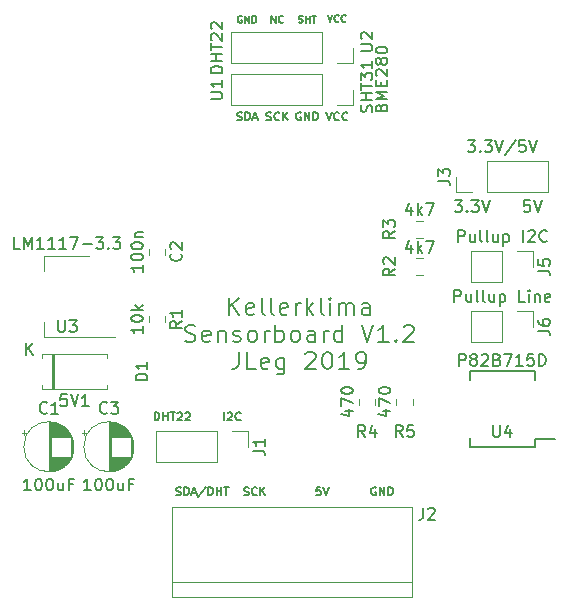
<source format=gbr>
G04 #@! TF.GenerationSoftware,KiCad,Pcbnew,(5.0.2)-1*
G04 #@! TF.CreationDate,2019-02-05T11:41:40+01:00*
G04 #@! TF.ProjectId,SensorPCB_V1.2,53656e73-6f72-4504-9342-5f56312e322e,rev?*
G04 #@! TF.SameCoordinates,Original*
G04 #@! TF.FileFunction,Legend,Top*
G04 #@! TF.FilePolarity,Positive*
%FSLAX46Y46*%
G04 Gerber Fmt 4.6, Leading zero omitted, Abs format (unit mm)*
G04 Created by KiCad (PCBNEW (5.0.2)-1) date 05/02/2019 11:41:40*
%MOMM*%
%LPD*%
G01*
G04 APERTURE LIST*
%ADD10C,0.150000*%
%ADD11C,0.200000*%
%ADD12C,0.175000*%
%ADD13C,0.120000*%
G04 APERTURE END LIST*
D10*
X32336666Y-47306666D02*
X32336666Y-46606666D01*
X32636666Y-46673333D02*
X32670000Y-46640000D01*
X32736666Y-46606666D01*
X32903333Y-46606666D01*
X32970000Y-46640000D01*
X33003333Y-46673333D01*
X33036666Y-46740000D01*
X33036666Y-46806666D01*
X33003333Y-46906666D01*
X32603333Y-47306666D01*
X33036666Y-47306666D01*
X33736666Y-47240000D02*
X33703333Y-47273333D01*
X33603333Y-47306666D01*
X33536666Y-47306666D01*
X33436666Y-47273333D01*
X33370000Y-47206666D01*
X33336666Y-47140000D01*
X33303333Y-47006666D01*
X33303333Y-46906666D01*
X33336666Y-46773333D01*
X33370000Y-46706666D01*
X33436666Y-46640000D01*
X33536666Y-46606666D01*
X33603333Y-46606666D01*
X33703333Y-46640000D01*
X33736666Y-46673333D01*
X26456666Y-47306666D02*
X26456666Y-46606666D01*
X26623333Y-46606666D01*
X26723333Y-46640000D01*
X26790000Y-46706666D01*
X26823333Y-46773333D01*
X26856666Y-46906666D01*
X26856666Y-47006666D01*
X26823333Y-47140000D01*
X26790000Y-47206666D01*
X26723333Y-47273333D01*
X26623333Y-47306666D01*
X26456666Y-47306666D01*
X27156666Y-47306666D02*
X27156666Y-46606666D01*
X27156666Y-46940000D02*
X27556666Y-46940000D01*
X27556666Y-47306666D02*
X27556666Y-46606666D01*
X27790000Y-46606666D02*
X28190000Y-46606666D01*
X27990000Y-47306666D02*
X27990000Y-46606666D01*
X28390000Y-46673333D02*
X28423333Y-46640000D01*
X28490000Y-46606666D01*
X28656666Y-46606666D01*
X28723333Y-46640000D01*
X28756666Y-46673333D01*
X28790000Y-46740000D01*
X28790000Y-46806666D01*
X28756666Y-46906666D01*
X28356666Y-47306666D01*
X28790000Y-47306666D01*
X29056666Y-46673333D02*
X29090000Y-46640000D01*
X29156666Y-46606666D01*
X29323333Y-46606666D01*
X29390000Y-46640000D01*
X29423333Y-46673333D01*
X29456666Y-46740000D01*
X29456666Y-46806666D01*
X29423333Y-46906666D01*
X29023333Y-47306666D01*
X29456666Y-47306666D01*
X58229523Y-28662380D02*
X57753333Y-28662380D01*
X57705714Y-29138571D01*
X57753333Y-29090952D01*
X57848571Y-29043333D01*
X58086666Y-29043333D01*
X58181904Y-29090952D01*
X58229523Y-29138571D01*
X58277142Y-29233809D01*
X58277142Y-29471904D01*
X58229523Y-29567142D01*
X58181904Y-29614761D01*
X58086666Y-29662380D01*
X57848571Y-29662380D01*
X57753333Y-29614761D01*
X57705714Y-29567142D01*
X58562857Y-28662380D02*
X58896190Y-29662380D01*
X59229523Y-28662380D01*
X51863809Y-28662380D02*
X52482857Y-28662380D01*
X52149523Y-29043333D01*
X52292380Y-29043333D01*
X52387619Y-29090952D01*
X52435238Y-29138571D01*
X52482857Y-29233809D01*
X52482857Y-29471904D01*
X52435238Y-29567142D01*
X52387619Y-29614761D01*
X52292380Y-29662380D01*
X52006666Y-29662380D01*
X51911428Y-29614761D01*
X51863809Y-29567142D01*
X52911428Y-29567142D02*
X52959047Y-29614761D01*
X52911428Y-29662380D01*
X52863809Y-29614761D01*
X52911428Y-29567142D01*
X52911428Y-29662380D01*
X53292380Y-28662380D02*
X53911428Y-28662380D01*
X53578095Y-29043333D01*
X53720952Y-29043333D01*
X53816190Y-29090952D01*
X53863809Y-29138571D01*
X53911428Y-29233809D01*
X53911428Y-29471904D01*
X53863809Y-29567142D01*
X53816190Y-29614761D01*
X53720952Y-29662380D01*
X53435238Y-29662380D01*
X53340000Y-29614761D01*
X53292380Y-29567142D01*
X54197142Y-28662380D02*
X54530476Y-29662380D01*
X54863809Y-28662380D01*
X45648571Y-20795952D02*
X45696190Y-20653095D01*
X45743809Y-20605476D01*
X45839047Y-20557857D01*
X45981904Y-20557857D01*
X46077142Y-20605476D01*
X46124761Y-20653095D01*
X46172380Y-20748333D01*
X46172380Y-21129285D01*
X45172380Y-21129285D01*
X45172380Y-20795952D01*
X45220000Y-20700714D01*
X45267619Y-20653095D01*
X45362857Y-20605476D01*
X45458095Y-20605476D01*
X45553333Y-20653095D01*
X45600952Y-20700714D01*
X45648571Y-20795952D01*
X45648571Y-21129285D01*
X46172380Y-20129285D02*
X45172380Y-20129285D01*
X45886666Y-19795952D01*
X45172380Y-19462619D01*
X46172380Y-19462619D01*
X45648571Y-18986428D02*
X45648571Y-18653095D01*
X46172380Y-18510238D02*
X46172380Y-18986428D01*
X45172380Y-18986428D01*
X45172380Y-18510238D01*
X45267619Y-18129285D02*
X45220000Y-18081666D01*
X45172380Y-17986428D01*
X45172380Y-17748333D01*
X45220000Y-17653095D01*
X45267619Y-17605476D01*
X45362857Y-17557857D01*
X45458095Y-17557857D01*
X45600952Y-17605476D01*
X46172380Y-18176904D01*
X46172380Y-17557857D01*
X45600952Y-16986428D02*
X45553333Y-17081666D01*
X45505714Y-17129285D01*
X45410476Y-17176904D01*
X45362857Y-17176904D01*
X45267619Y-17129285D01*
X45220000Y-17081666D01*
X45172380Y-16986428D01*
X45172380Y-16795952D01*
X45220000Y-16700714D01*
X45267619Y-16653095D01*
X45362857Y-16605476D01*
X45410476Y-16605476D01*
X45505714Y-16653095D01*
X45553333Y-16700714D01*
X45600952Y-16795952D01*
X45600952Y-16986428D01*
X45648571Y-17081666D01*
X45696190Y-17129285D01*
X45791428Y-17176904D01*
X45981904Y-17176904D01*
X46077142Y-17129285D01*
X46124761Y-17081666D01*
X46172380Y-16986428D01*
X46172380Y-16795952D01*
X46124761Y-16700714D01*
X46077142Y-16653095D01*
X45981904Y-16605476D01*
X45791428Y-16605476D01*
X45696190Y-16653095D01*
X45648571Y-16700714D01*
X45600952Y-16795952D01*
X45172380Y-15986428D02*
X45172380Y-15891190D01*
X45220000Y-15795952D01*
X45267619Y-15748333D01*
X45362857Y-15700714D01*
X45553333Y-15653095D01*
X45791428Y-15653095D01*
X45981904Y-15700714D01*
X46077142Y-15748333D01*
X46124761Y-15795952D01*
X46172380Y-15891190D01*
X46172380Y-15986428D01*
X46124761Y-16081666D01*
X46077142Y-16129285D01*
X45981904Y-16176904D01*
X45791428Y-16224523D01*
X45553333Y-16224523D01*
X45362857Y-16176904D01*
X45267619Y-16129285D01*
X45220000Y-16081666D01*
X45172380Y-15986428D01*
D11*
X32770714Y-38338333D02*
X32770714Y-36938333D01*
X33627857Y-38338333D02*
X32985000Y-37538333D01*
X33627857Y-36938333D02*
X32770714Y-37738333D01*
X34842142Y-38271666D02*
X34699285Y-38338333D01*
X34413571Y-38338333D01*
X34270714Y-38271666D01*
X34199285Y-38138333D01*
X34199285Y-37605000D01*
X34270714Y-37471666D01*
X34413571Y-37405000D01*
X34699285Y-37405000D01*
X34842142Y-37471666D01*
X34913571Y-37605000D01*
X34913571Y-37738333D01*
X34199285Y-37871666D01*
X35770714Y-38338333D02*
X35627857Y-38271666D01*
X35556428Y-38138333D01*
X35556428Y-36938333D01*
X36556428Y-38338333D02*
X36413571Y-38271666D01*
X36342142Y-38138333D01*
X36342142Y-36938333D01*
X37699285Y-38271666D02*
X37556428Y-38338333D01*
X37270714Y-38338333D01*
X37127857Y-38271666D01*
X37056428Y-38138333D01*
X37056428Y-37605000D01*
X37127857Y-37471666D01*
X37270714Y-37405000D01*
X37556428Y-37405000D01*
X37699285Y-37471666D01*
X37770714Y-37605000D01*
X37770714Y-37738333D01*
X37056428Y-37871666D01*
X38413571Y-38338333D02*
X38413571Y-37405000D01*
X38413571Y-37671666D02*
X38485000Y-37538333D01*
X38556428Y-37471666D01*
X38699285Y-37405000D01*
X38842142Y-37405000D01*
X39342142Y-38338333D02*
X39342142Y-36938333D01*
X39485000Y-37805000D02*
X39913571Y-38338333D01*
X39913571Y-37405000D02*
X39342142Y-37938333D01*
X40770714Y-38338333D02*
X40627857Y-38271666D01*
X40556428Y-38138333D01*
X40556428Y-36938333D01*
X41342142Y-38338333D02*
X41342142Y-37405000D01*
X41342142Y-36938333D02*
X41270714Y-37005000D01*
X41342142Y-37071666D01*
X41413571Y-37005000D01*
X41342142Y-36938333D01*
X41342142Y-37071666D01*
X42056428Y-38338333D02*
X42056428Y-37405000D01*
X42056428Y-37538333D02*
X42127857Y-37471666D01*
X42270714Y-37405000D01*
X42485000Y-37405000D01*
X42627857Y-37471666D01*
X42699285Y-37605000D01*
X42699285Y-38338333D01*
X42699285Y-37605000D02*
X42770714Y-37471666D01*
X42913571Y-37405000D01*
X43127857Y-37405000D01*
X43270714Y-37471666D01*
X43342142Y-37605000D01*
X43342142Y-38338333D01*
X44699285Y-38338333D02*
X44699285Y-37605000D01*
X44627857Y-37471666D01*
X44485000Y-37405000D01*
X44199285Y-37405000D01*
X44056428Y-37471666D01*
X44699285Y-38271666D02*
X44556428Y-38338333D01*
X44199285Y-38338333D01*
X44056428Y-38271666D01*
X43985000Y-38138333D01*
X43985000Y-38005000D01*
X44056428Y-37871666D01*
X44199285Y-37805000D01*
X44556428Y-37805000D01*
X44699285Y-37738333D01*
X29056428Y-40571666D02*
X29270714Y-40638333D01*
X29627857Y-40638333D01*
X29770714Y-40571666D01*
X29842142Y-40505000D01*
X29913571Y-40371666D01*
X29913571Y-40238333D01*
X29842142Y-40105000D01*
X29770714Y-40038333D01*
X29627857Y-39971666D01*
X29342142Y-39905000D01*
X29199285Y-39838333D01*
X29127857Y-39771666D01*
X29056428Y-39638333D01*
X29056428Y-39505000D01*
X29127857Y-39371666D01*
X29199285Y-39305000D01*
X29342142Y-39238333D01*
X29699285Y-39238333D01*
X29913571Y-39305000D01*
X31127857Y-40571666D02*
X30984999Y-40638333D01*
X30699285Y-40638333D01*
X30556428Y-40571666D01*
X30484999Y-40438333D01*
X30484999Y-39905000D01*
X30556428Y-39771666D01*
X30699285Y-39705000D01*
X30984999Y-39705000D01*
X31127857Y-39771666D01*
X31199285Y-39905000D01*
X31199285Y-40038333D01*
X30484999Y-40171666D01*
X31842142Y-39705000D02*
X31842142Y-40638333D01*
X31842142Y-39838333D02*
X31913571Y-39771666D01*
X32056428Y-39705000D01*
X32270714Y-39705000D01*
X32413571Y-39771666D01*
X32484999Y-39905000D01*
X32484999Y-40638333D01*
X33127857Y-40571666D02*
X33270714Y-40638333D01*
X33556428Y-40638333D01*
X33699285Y-40571666D01*
X33770714Y-40438333D01*
X33770714Y-40371666D01*
X33699285Y-40238333D01*
X33556428Y-40171666D01*
X33342142Y-40171666D01*
X33199285Y-40105000D01*
X33127857Y-39971666D01*
X33127857Y-39905000D01*
X33199285Y-39771666D01*
X33342142Y-39705000D01*
X33556428Y-39705000D01*
X33699285Y-39771666D01*
X34627857Y-40638333D02*
X34485000Y-40571666D01*
X34413571Y-40505000D01*
X34342142Y-40371666D01*
X34342142Y-39971666D01*
X34413571Y-39838333D01*
X34485000Y-39771666D01*
X34627857Y-39705000D01*
X34842142Y-39705000D01*
X34985000Y-39771666D01*
X35056428Y-39838333D01*
X35127857Y-39971666D01*
X35127857Y-40371666D01*
X35056428Y-40505000D01*
X34985000Y-40571666D01*
X34842142Y-40638333D01*
X34627857Y-40638333D01*
X35770714Y-40638333D02*
X35770714Y-39705000D01*
X35770714Y-39971666D02*
X35842142Y-39838333D01*
X35913571Y-39771666D01*
X36056428Y-39705000D01*
X36199285Y-39705000D01*
X36699285Y-40638333D02*
X36699285Y-39238333D01*
X36699285Y-39771666D02*
X36842142Y-39705000D01*
X37127857Y-39705000D01*
X37270714Y-39771666D01*
X37342142Y-39838333D01*
X37413571Y-39971666D01*
X37413571Y-40371666D01*
X37342142Y-40505000D01*
X37270714Y-40571666D01*
X37127857Y-40638333D01*
X36842142Y-40638333D01*
X36699285Y-40571666D01*
X38270714Y-40638333D02*
X38127857Y-40571666D01*
X38056428Y-40505000D01*
X37985000Y-40371666D01*
X37985000Y-39971666D01*
X38056428Y-39838333D01*
X38127857Y-39771666D01*
X38270714Y-39705000D01*
X38485000Y-39705000D01*
X38627857Y-39771666D01*
X38699285Y-39838333D01*
X38770714Y-39971666D01*
X38770714Y-40371666D01*
X38699285Y-40505000D01*
X38627857Y-40571666D01*
X38485000Y-40638333D01*
X38270714Y-40638333D01*
X40056428Y-40638333D02*
X40056428Y-39905000D01*
X39985000Y-39771666D01*
X39842142Y-39705000D01*
X39556428Y-39705000D01*
X39413571Y-39771666D01*
X40056428Y-40571666D02*
X39913571Y-40638333D01*
X39556428Y-40638333D01*
X39413571Y-40571666D01*
X39342142Y-40438333D01*
X39342142Y-40305000D01*
X39413571Y-40171666D01*
X39556428Y-40105000D01*
X39913571Y-40105000D01*
X40056428Y-40038333D01*
X40770714Y-40638333D02*
X40770714Y-39705000D01*
X40770714Y-39971666D02*
X40842142Y-39838333D01*
X40913571Y-39771666D01*
X41056428Y-39705000D01*
X41199285Y-39705000D01*
X42342142Y-40638333D02*
X42342142Y-39238333D01*
X42342142Y-40571666D02*
X42199285Y-40638333D01*
X41913571Y-40638333D01*
X41770714Y-40571666D01*
X41699285Y-40505000D01*
X41627857Y-40371666D01*
X41627857Y-39971666D01*
X41699285Y-39838333D01*
X41770714Y-39771666D01*
X41913571Y-39705000D01*
X42199285Y-39705000D01*
X42342142Y-39771666D01*
X43984999Y-39238333D02*
X44484999Y-40638333D01*
X44984999Y-39238333D01*
X46270714Y-40638333D02*
X45413571Y-40638333D01*
X45842142Y-40638333D02*
X45842142Y-39238333D01*
X45699285Y-39438333D01*
X45556428Y-39571666D01*
X45413571Y-39638333D01*
X46913571Y-40505000D02*
X46984999Y-40571666D01*
X46913571Y-40638333D01*
X46842142Y-40571666D01*
X46913571Y-40505000D01*
X46913571Y-40638333D01*
X47556428Y-39371666D02*
X47627857Y-39305000D01*
X47770714Y-39238333D01*
X48127857Y-39238333D01*
X48270714Y-39305000D01*
X48342142Y-39371666D01*
X48413571Y-39505000D01*
X48413571Y-39638333D01*
X48342142Y-39838333D01*
X47484999Y-40638333D01*
X48413571Y-40638333D01*
X33592142Y-41538333D02*
X33592142Y-42538333D01*
X33520714Y-42738333D01*
X33377857Y-42871666D01*
X33163571Y-42938333D01*
X33020714Y-42938333D01*
X35020714Y-42938333D02*
X34306428Y-42938333D01*
X34306428Y-41538333D01*
X36092142Y-42871666D02*
X35949285Y-42938333D01*
X35663571Y-42938333D01*
X35520714Y-42871666D01*
X35449285Y-42738333D01*
X35449285Y-42205000D01*
X35520714Y-42071666D01*
X35663571Y-42005000D01*
X35949285Y-42005000D01*
X36092142Y-42071666D01*
X36163571Y-42205000D01*
X36163571Y-42338333D01*
X35449285Y-42471666D01*
X37449285Y-42005000D02*
X37449285Y-43138333D01*
X37377857Y-43271666D01*
X37306428Y-43338333D01*
X37163571Y-43405000D01*
X36949285Y-43405000D01*
X36806428Y-43338333D01*
X37449285Y-42871666D02*
X37306428Y-42938333D01*
X37020714Y-42938333D01*
X36877857Y-42871666D01*
X36806428Y-42805000D01*
X36735000Y-42671666D01*
X36735000Y-42271666D01*
X36806428Y-42138333D01*
X36877857Y-42071666D01*
X37020714Y-42005000D01*
X37306428Y-42005000D01*
X37449285Y-42071666D01*
X39235000Y-41671666D02*
X39306428Y-41605000D01*
X39449285Y-41538333D01*
X39806428Y-41538333D01*
X39949285Y-41605000D01*
X40020714Y-41671666D01*
X40092142Y-41805000D01*
X40092142Y-41938333D01*
X40020714Y-42138333D01*
X39163571Y-42938333D01*
X40092142Y-42938333D01*
X41020714Y-41538333D02*
X41163571Y-41538333D01*
X41306428Y-41605000D01*
X41377857Y-41671666D01*
X41449285Y-41805000D01*
X41520714Y-42071666D01*
X41520714Y-42405000D01*
X41449285Y-42671666D01*
X41377857Y-42805000D01*
X41306428Y-42871666D01*
X41163571Y-42938333D01*
X41020714Y-42938333D01*
X40877857Y-42871666D01*
X40806428Y-42805000D01*
X40735000Y-42671666D01*
X40663571Y-42405000D01*
X40663571Y-42071666D01*
X40735000Y-41805000D01*
X40806428Y-41671666D01*
X40877857Y-41605000D01*
X41020714Y-41538333D01*
X42949285Y-42938333D02*
X42092142Y-42938333D01*
X42520714Y-42938333D02*
X42520714Y-41538333D01*
X42377857Y-41738333D01*
X42235000Y-41871666D01*
X42092142Y-41938333D01*
X43663571Y-42938333D02*
X43949285Y-42938333D01*
X44092142Y-42871666D01*
X44163571Y-42805000D01*
X44306428Y-42605000D01*
X44377857Y-42338333D01*
X44377857Y-41805000D01*
X44306428Y-41671666D01*
X44235000Y-41605000D01*
X44092142Y-41538333D01*
X43806428Y-41538333D01*
X43663571Y-41605000D01*
X43592142Y-41671666D01*
X43520714Y-41805000D01*
X43520714Y-42138333D01*
X43592142Y-42271666D01*
X43663571Y-42338333D01*
X43806428Y-42405000D01*
X44092142Y-42405000D01*
X44235000Y-42338333D01*
X44306428Y-42271666D01*
X44377857Y-42138333D01*
D10*
X36358571Y-13641428D02*
X36358571Y-13041428D01*
X36701428Y-13641428D01*
X36701428Y-13041428D01*
X37330000Y-13584285D02*
X37301428Y-13612857D01*
X37215714Y-13641428D01*
X37158571Y-13641428D01*
X37072857Y-13612857D01*
X37015714Y-13555714D01*
X36987142Y-13498571D01*
X36958571Y-13384285D01*
X36958571Y-13298571D01*
X36987142Y-13184285D01*
X37015714Y-13127142D01*
X37072857Y-13070000D01*
X37158571Y-13041428D01*
X37215714Y-13041428D01*
X37301428Y-13070000D01*
X37330000Y-13098571D01*
X41110000Y-12981428D02*
X41310000Y-13581428D01*
X41510000Y-12981428D01*
X42052857Y-13524285D02*
X42024285Y-13552857D01*
X41938571Y-13581428D01*
X41881428Y-13581428D01*
X41795714Y-13552857D01*
X41738571Y-13495714D01*
X41710000Y-13438571D01*
X41681428Y-13324285D01*
X41681428Y-13238571D01*
X41710000Y-13124285D01*
X41738571Y-13067142D01*
X41795714Y-13010000D01*
X41881428Y-12981428D01*
X41938571Y-12981428D01*
X42024285Y-13010000D01*
X42052857Y-13038571D01*
X42652857Y-13524285D02*
X42624285Y-13552857D01*
X42538571Y-13581428D01*
X42481428Y-13581428D01*
X42395714Y-13552857D01*
X42338571Y-13495714D01*
X42310000Y-13438571D01*
X42281428Y-13324285D01*
X42281428Y-13238571D01*
X42310000Y-13124285D01*
X42338571Y-13067142D01*
X42395714Y-13010000D01*
X42481428Y-12981428D01*
X42538571Y-12981428D01*
X42624285Y-13010000D01*
X42652857Y-13038571D01*
X33832857Y-13070000D02*
X33775714Y-13041428D01*
X33690000Y-13041428D01*
X33604285Y-13070000D01*
X33547142Y-13127142D01*
X33518571Y-13184285D01*
X33490000Y-13298571D01*
X33490000Y-13384285D01*
X33518571Y-13498571D01*
X33547142Y-13555714D01*
X33604285Y-13612857D01*
X33690000Y-13641428D01*
X33747142Y-13641428D01*
X33832857Y-13612857D01*
X33861428Y-13584285D01*
X33861428Y-13384285D01*
X33747142Y-13384285D01*
X34118571Y-13641428D02*
X34118571Y-13041428D01*
X34461428Y-13641428D01*
X34461428Y-13041428D01*
X34747142Y-13641428D02*
X34747142Y-13041428D01*
X34890000Y-13041428D01*
X34975714Y-13070000D01*
X35032857Y-13127142D01*
X35061428Y-13184285D01*
X35090000Y-13298571D01*
X35090000Y-13384285D01*
X35061428Y-13498571D01*
X35032857Y-13555714D01*
X34975714Y-13612857D01*
X34890000Y-13641428D01*
X34747142Y-13641428D01*
X38655714Y-13612857D02*
X38741428Y-13641428D01*
X38884285Y-13641428D01*
X38941428Y-13612857D01*
X38970000Y-13584285D01*
X38998571Y-13527142D01*
X38998571Y-13470000D01*
X38970000Y-13412857D01*
X38941428Y-13384285D01*
X38884285Y-13355714D01*
X38770000Y-13327142D01*
X38712857Y-13298571D01*
X38684285Y-13270000D01*
X38655714Y-13212857D01*
X38655714Y-13155714D01*
X38684285Y-13098571D01*
X38712857Y-13070000D01*
X38770000Y-13041428D01*
X38912857Y-13041428D01*
X38998571Y-13070000D01*
X39255714Y-13641428D02*
X39255714Y-13041428D01*
X39255714Y-13327142D02*
X39598571Y-13327142D01*
X39598571Y-13641428D02*
X39598571Y-13041428D01*
X39798571Y-13041428D02*
X40141428Y-13041428D01*
X39970000Y-13641428D02*
X39970000Y-13041428D01*
D12*
X33440000Y-21873333D02*
X33540000Y-21906666D01*
X33706666Y-21906666D01*
X33773333Y-21873333D01*
X33806666Y-21840000D01*
X33840000Y-21773333D01*
X33840000Y-21706666D01*
X33806666Y-21640000D01*
X33773333Y-21606666D01*
X33706666Y-21573333D01*
X33573333Y-21540000D01*
X33506666Y-21506666D01*
X33473333Y-21473333D01*
X33440000Y-21406666D01*
X33440000Y-21340000D01*
X33473333Y-21273333D01*
X33506666Y-21240000D01*
X33573333Y-21206666D01*
X33740000Y-21206666D01*
X33840000Y-21240000D01*
X34140000Y-21906666D02*
X34140000Y-21206666D01*
X34306666Y-21206666D01*
X34406666Y-21240000D01*
X34473333Y-21306666D01*
X34506666Y-21373333D01*
X34540000Y-21506666D01*
X34540000Y-21606666D01*
X34506666Y-21740000D01*
X34473333Y-21806666D01*
X34406666Y-21873333D01*
X34306666Y-21906666D01*
X34140000Y-21906666D01*
X34806666Y-21706666D02*
X35140000Y-21706666D01*
X34740000Y-21906666D02*
X34973333Y-21206666D01*
X35206666Y-21906666D01*
X35930000Y-21873333D02*
X36030000Y-21906666D01*
X36196666Y-21906666D01*
X36263333Y-21873333D01*
X36296666Y-21840000D01*
X36330000Y-21773333D01*
X36330000Y-21706666D01*
X36296666Y-21640000D01*
X36263333Y-21606666D01*
X36196666Y-21573333D01*
X36063333Y-21540000D01*
X35996666Y-21506666D01*
X35963333Y-21473333D01*
X35930000Y-21406666D01*
X35930000Y-21340000D01*
X35963333Y-21273333D01*
X35996666Y-21240000D01*
X36063333Y-21206666D01*
X36230000Y-21206666D01*
X36330000Y-21240000D01*
X37030000Y-21840000D02*
X36996666Y-21873333D01*
X36896666Y-21906666D01*
X36830000Y-21906666D01*
X36730000Y-21873333D01*
X36663333Y-21806666D01*
X36630000Y-21740000D01*
X36596666Y-21606666D01*
X36596666Y-21506666D01*
X36630000Y-21373333D01*
X36663333Y-21306666D01*
X36730000Y-21240000D01*
X36830000Y-21206666D01*
X36896666Y-21206666D01*
X36996666Y-21240000D01*
X37030000Y-21273333D01*
X37330000Y-21906666D02*
X37330000Y-21206666D01*
X37730000Y-21906666D02*
X37430000Y-21506666D01*
X37730000Y-21206666D02*
X37330000Y-21606666D01*
X40976666Y-21206666D02*
X41210000Y-21906666D01*
X41443333Y-21206666D01*
X42076666Y-21840000D02*
X42043333Y-21873333D01*
X41943333Y-21906666D01*
X41876666Y-21906666D01*
X41776666Y-21873333D01*
X41710000Y-21806666D01*
X41676666Y-21740000D01*
X41643333Y-21606666D01*
X41643333Y-21506666D01*
X41676666Y-21373333D01*
X41710000Y-21306666D01*
X41776666Y-21240000D01*
X41876666Y-21206666D01*
X41943333Y-21206666D01*
X42043333Y-21240000D01*
X42076666Y-21273333D01*
X42776666Y-21840000D02*
X42743333Y-21873333D01*
X42643333Y-21906666D01*
X42576666Y-21906666D01*
X42476666Y-21873333D01*
X42410000Y-21806666D01*
X42376666Y-21740000D01*
X42343333Y-21606666D01*
X42343333Y-21506666D01*
X42376666Y-21373333D01*
X42410000Y-21306666D01*
X42476666Y-21240000D01*
X42576666Y-21206666D01*
X42643333Y-21206666D01*
X42743333Y-21240000D01*
X42776666Y-21273333D01*
X38836666Y-21240000D02*
X38770000Y-21206666D01*
X38670000Y-21206666D01*
X38570000Y-21240000D01*
X38503333Y-21306666D01*
X38470000Y-21373333D01*
X38436666Y-21506666D01*
X38436666Y-21606666D01*
X38470000Y-21740000D01*
X38503333Y-21806666D01*
X38570000Y-21873333D01*
X38670000Y-21906666D01*
X38736666Y-21906666D01*
X38836666Y-21873333D01*
X38870000Y-21840000D01*
X38870000Y-21606666D01*
X38736666Y-21606666D01*
X39170000Y-21906666D02*
X39170000Y-21206666D01*
X39570000Y-21906666D01*
X39570000Y-21206666D01*
X39903333Y-21906666D02*
X39903333Y-21206666D01*
X40070000Y-21206666D01*
X40170000Y-21240000D01*
X40236666Y-21306666D01*
X40270000Y-21373333D01*
X40303333Y-21506666D01*
X40303333Y-21606666D01*
X40270000Y-21740000D01*
X40236666Y-21806666D01*
X40170000Y-21873333D01*
X40070000Y-21906666D01*
X39903333Y-21906666D01*
X28280000Y-53623333D02*
X28380000Y-53656666D01*
X28546666Y-53656666D01*
X28613333Y-53623333D01*
X28646666Y-53590000D01*
X28680000Y-53523333D01*
X28680000Y-53456666D01*
X28646666Y-53390000D01*
X28613333Y-53356666D01*
X28546666Y-53323333D01*
X28413333Y-53290000D01*
X28346666Y-53256666D01*
X28313333Y-53223333D01*
X28280000Y-53156666D01*
X28280000Y-53090000D01*
X28313333Y-53023333D01*
X28346666Y-52990000D01*
X28413333Y-52956666D01*
X28580000Y-52956666D01*
X28680000Y-52990000D01*
X28980000Y-53656666D02*
X28980000Y-52956666D01*
X29146666Y-52956666D01*
X29246666Y-52990000D01*
X29313333Y-53056666D01*
X29346666Y-53123333D01*
X29380000Y-53256666D01*
X29380000Y-53356666D01*
X29346666Y-53490000D01*
X29313333Y-53556666D01*
X29246666Y-53623333D01*
X29146666Y-53656666D01*
X28980000Y-53656666D01*
X29646666Y-53456666D02*
X29980000Y-53456666D01*
X29580000Y-53656666D02*
X29813333Y-52956666D01*
X30046666Y-53656666D01*
X30780000Y-52923333D02*
X30180000Y-53823333D01*
X31013333Y-53656666D02*
X31013333Y-52956666D01*
X31180000Y-52956666D01*
X31280000Y-52990000D01*
X31346666Y-53056666D01*
X31380000Y-53123333D01*
X31413333Y-53256666D01*
X31413333Y-53356666D01*
X31380000Y-53490000D01*
X31346666Y-53556666D01*
X31280000Y-53623333D01*
X31180000Y-53656666D01*
X31013333Y-53656666D01*
X31713333Y-53656666D02*
X31713333Y-52956666D01*
X31713333Y-53290000D02*
X32113333Y-53290000D01*
X32113333Y-53656666D02*
X32113333Y-52956666D01*
X32346666Y-52956666D02*
X32746666Y-52956666D01*
X32546666Y-53656666D02*
X32546666Y-52956666D01*
X34025000Y-53623333D02*
X34125000Y-53656666D01*
X34291666Y-53656666D01*
X34358333Y-53623333D01*
X34391666Y-53590000D01*
X34425000Y-53523333D01*
X34425000Y-53456666D01*
X34391666Y-53390000D01*
X34358333Y-53356666D01*
X34291666Y-53323333D01*
X34158333Y-53290000D01*
X34091666Y-53256666D01*
X34058333Y-53223333D01*
X34025000Y-53156666D01*
X34025000Y-53090000D01*
X34058333Y-53023333D01*
X34091666Y-52990000D01*
X34158333Y-52956666D01*
X34325000Y-52956666D01*
X34425000Y-52990000D01*
X35125000Y-53590000D02*
X35091666Y-53623333D01*
X34991666Y-53656666D01*
X34925000Y-53656666D01*
X34825000Y-53623333D01*
X34758333Y-53556666D01*
X34725000Y-53490000D01*
X34691666Y-53356666D01*
X34691666Y-53256666D01*
X34725000Y-53123333D01*
X34758333Y-53056666D01*
X34825000Y-52990000D01*
X34925000Y-52956666D01*
X34991666Y-52956666D01*
X35091666Y-52990000D01*
X35125000Y-53023333D01*
X35425000Y-53656666D02*
X35425000Y-52956666D01*
X35825000Y-53656666D02*
X35525000Y-53256666D01*
X35825000Y-52956666D02*
X35425000Y-53356666D01*
X40506666Y-52956666D02*
X40173333Y-52956666D01*
X40140000Y-53290000D01*
X40173333Y-53256666D01*
X40240000Y-53223333D01*
X40406666Y-53223333D01*
X40473333Y-53256666D01*
X40506666Y-53290000D01*
X40540000Y-53356666D01*
X40540000Y-53523333D01*
X40506666Y-53590000D01*
X40473333Y-53623333D01*
X40406666Y-53656666D01*
X40240000Y-53656666D01*
X40173333Y-53623333D01*
X40140000Y-53590000D01*
X40740000Y-52956666D02*
X40973333Y-53656666D01*
X41206666Y-52956666D01*
X45186666Y-52990000D02*
X45120000Y-52956666D01*
X45020000Y-52956666D01*
X44920000Y-52990000D01*
X44853333Y-53056666D01*
X44820000Y-53123333D01*
X44786666Y-53256666D01*
X44786666Y-53356666D01*
X44820000Y-53490000D01*
X44853333Y-53556666D01*
X44920000Y-53623333D01*
X45020000Y-53656666D01*
X45086666Y-53656666D01*
X45186666Y-53623333D01*
X45220000Y-53590000D01*
X45220000Y-53356666D01*
X45086666Y-53356666D01*
X45520000Y-53656666D02*
X45520000Y-52956666D01*
X45920000Y-53656666D01*
X45920000Y-52956666D01*
X46253333Y-53656666D02*
X46253333Y-52956666D01*
X46420000Y-52956666D01*
X46520000Y-52990000D01*
X46586666Y-53056666D01*
X46620000Y-53123333D01*
X46653333Y-53256666D01*
X46653333Y-53356666D01*
X46620000Y-53490000D01*
X46586666Y-53556666D01*
X46520000Y-53623333D01*
X46420000Y-53656666D01*
X46253333Y-53656666D01*
D13*
G04 #@! TO.C,J2*
X27940000Y-54610000D02*
X27940000Y-62230000D01*
X48260000Y-62230000D02*
X48260000Y-54610000D01*
X48260000Y-60960000D02*
X27940000Y-60960000D01*
X27940000Y-54610000D02*
X48260000Y-54610000D01*
X27940000Y-62230000D02*
X48260000Y-62230000D01*
G04 #@! TO.C,C3*
X24710000Y-49530000D02*
G75*
G03X24710000Y-49530000I-2120000J0D01*
G01*
X22590000Y-47450000D02*
X22590000Y-51610000D01*
X22630000Y-47450000D02*
X22630000Y-51610000D01*
X22670000Y-47451000D02*
X22670000Y-51609000D01*
X22710000Y-47453000D02*
X22710000Y-51607000D01*
X22750000Y-47456000D02*
X22750000Y-51604000D01*
X22790000Y-47459000D02*
X22790000Y-48690000D01*
X22790000Y-50370000D02*
X22790000Y-51601000D01*
X22830000Y-47463000D02*
X22830000Y-48690000D01*
X22830000Y-50370000D02*
X22830000Y-51597000D01*
X22870000Y-47468000D02*
X22870000Y-48690000D01*
X22870000Y-50370000D02*
X22870000Y-51592000D01*
X22910000Y-47474000D02*
X22910000Y-48690000D01*
X22910000Y-50370000D02*
X22910000Y-51586000D01*
X22950000Y-47480000D02*
X22950000Y-48690000D01*
X22950000Y-50370000D02*
X22950000Y-51580000D01*
X22990000Y-47488000D02*
X22990000Y-48690000D01*
X22990000Y-50370000D02*
X22990000Y-51572000D01*
X23030000Y-47496000D02*
X23030000Y-48690000D01*
X23030000Y-50370000D02*
X23030000Y-51564000D01*
X23070000Y-47505000D02*
X23070000Y-48690000D01*
X23070000Y-50370000D02*
X23070000Y-51555000D01*
X23110000Y-47514000D02*
X23110000Y-48690000D01*
X23110000Y-50370000D02*
X23110000Y-51546000D01*
X23150000Y-47525000D02*
X23150000Y-48690000D01*
X23150000Y-50370000D02*
X23150000Y-51535000D01*
X23190000Y-47536000D02*
X23190000Y-48690000D01*
X23190000Y-50370000D02*
X23190000Y-51524000D01*
X23230000Y-47548000D02*
X23230000Y-48690000D01*
X23230000Y-50370000D02*
X23230000Y-51512000D01*
X23270000Y-47562000D02*
X23270000Y-48690000D01*
X23270000Y-50370000D02*
X23270000Y-51498000D01*
X23311000Y-47576000D02*
X23311000Y-48690000D01*
X23311000Y-50370000D02*
X23311000Y-51484000D01*
X23351000Y-47590000D02*
X23351000Y-48690000D01*
X23351000Y-50370000D02*
X23351000Y-51470000D01*
X23391000Y-47606000D02*
X23391000Y-48690000D01*
X23391000Y-50370000D02*
X23391000Y-51454000D01*
X23431000Y-47623000D02*
X23431000Y-48690000D01*
X23431000Y-50370000D02*
X23431000Y-51437000D01*
X23471000Y-47641000D02*
X23471000Y-48690000D01*
X23471000Y-50370000D02*
X23471000Y-51419000D01*
X23511000Y-47660000D02*
X23511000Y-48690000D01*
X23511000Y-50370000D02*
X23511000Y-51400000D01*
X23551000Y-47679000D02*
X23551000Y-48690000D01*
X23551000Y-50370000D02*
X23551000Y-51381000D01*
X23591000Y-47700000D02*
X23591000Y-48690000D01*
X23591000Y-50370000D02*
X23591000Y-51360000D01*
X23631000Y-47722000D02*
X23631000Y-48690000D01*
X23631000Y-50370000D02*
X23631000Y-51338000D01*
X23671000Y-47745000D02*
X23671000Y-48690000D01*
X23671000Y-50370000D02*
X23671000Y-51315000D01*
X23711000Y-47770000D02*
X23711000Y-48690000D01*
X23711000Y-50370000D02*
X23711000Y-51290000D01*
X23751000Y-47795000D02*
X23751000Y-48690000D01*
X23751000Y-50370000D02*
X23751000Y-51265000D01*
X23791000Y-47822000D02*
X23791000Y-48690000D01*
X23791000Y-50370000D02*
X23791000Y-51238000D01*
X23831000Y-47850000D02*
X23831000Y-48690000D01*
X23831000Y-50370000D02*
X23831000Y-51210000D01*
X23871000Y-47880000D02*
X23871000Y-48690000D01*
X23871000Y-50370000D02*
X23871000Y-51180000D01*
X23911000Y-47911000D02*
X23911000Y-48690000D01*
X23911000Y-50370000D02*
X23911000Y-51149000D01*
X23951000Y-47943000D02*
X23951000Y-48690000D01*
X23951000Y-50370000D02*
X23951000Y-51117000D01*
X23991000Y-47978000D02*
X23991000Y-48690000D01*
X23991000Y-50370000D02*
X23991000Y-51082000D01*
X24031000Y-48014000D02*
X24031000Y-48690000D01*
X24031000Y-50370000D02*
X24031000Y-51046000D01*
X24071000Y-48052000D02*
X24071000Y-48690000D01*
X24071000Y-50370000D02*
X24071000Y-51008000D01*
X24111000Y-48092000D02*
X24111000Y-48690000D01*
X24111000Y-50370000D02*
X24111000Y-50968000D01*
X24151000Y-48134000D02*
X24151000Y-48690000D01*
X24151000Y-50370000D02*
X24151000Y-50926000D01*
X24191000Y-48179000D02*
X24191000Y-48690000D01*
X24191000Y-50370000D02*
X24191000Y-50881000D01*
X24231000Y-48226000D02*
X24231000Y-48690000D01*
X24231000Y-50370000D02*
X24231000Y-50834000D01*
X24271000Y-48276000D02*
X24271000Y-48690000D01*
X24271000Y-50370000D02*
X24271000Y-50784000D01*
X24311000Y-48330000D02*
X24311000Y-48690000D01*
X24311000Y-50370000D02*
X24311000Y-50730000D01*
X24351000Y-48388000D02*
X24351000Y-48690000D01*
X24351000Y-50370000D02*
X24351000Y-50672000D01*
X24391000Y-48450000D02*
X24391000Y-48690000D01*
X24391000Y-50370000D02*
X24391000Y-50610000D01*
X24431000Y-48517000D02*
X24431000Y-50543000D01*
X24471000Y-48590000D02*
X24471000Y-50470000D01*
X24511000Y-48671000D02*
X24511000Y-50389000D01*
X24551000Y-48762000D02*
X24551000Y-50298000D01*
X24591000Y-48866000D02*
X24591000Y-50194000D01*
X24631000Y-48993000D02*
X24631000Y-50067000D01*
X24671000Y-49160000D02*
X24671000Y-49900000D01*
X20320199Y-48335000D02*
X20720199Y-48335000D01*
X20520199Y-48135000D02*
X20520199Y-48535000D01*
G04 #@! TO.C,J1*
X26610000Y-48200000D02*
X26610000Y-50860000D01*
X31750000Y-48200000D02*
X26610000Y-48200000D01*
X31750000Y-50860000D02*
X26610000Y-50860000D01*
X31750000Y-48200000D02*
X31750000Y-50860000D01*
X33020000Y-48200000D02*
X34350000Y-48200000D01*
X34350000Y-48200000D02*
X34350000Y-49530000D01*
G04 #@! TO.C,U2*
X40640000Y-14418000D02*
X40640000Y-17078000D01*
X40640000Y-14418000D02*
X32960000Y-14418000D01*
X32960000Y-14418000D02*
X32960000Y-17078000D01*
X40640000Y-17078000D02*
X32960000Y-17078000D01*
X43240000Y-17078000D02*
X41910000Y-17078000D01*
X43240000Y-15748000D02*
X43240000Y-17078000D01*
G04 #@! TO.C,J6*
X53280000Y-38040000D02*
X53280000Y-40700000D01*
X55880000Y-38040000D02*
X53280000Y-38040000D01*
X55880000Y-40700000D02*
X53280000Y-40700000D01*
X55880000Y-38040000D02*
X55880000Y-40700000D01*
X57150000Y-38040000D02*
X58480000Y-38040000D01*
X58480000Y-38040000D02*
X58480000Y-39370000D01*
G04 #@! TO.C,U1*
X40640000Y-17974000D02*
X40640000Y-20634000D01*
X40640000Y-17974000D02*
X32960000Y-17974000D01*
X32960000Y-17974000D02*
X32960000Y-20634000D01*
X40640000Y-20634000D02*
X32960000Y-20634000D01*
X43240000Y-20634000D02*
X41910000Y-20634000D01*
X43240000Y-19304000D02*
X43240000Y-20634000D01*
G04 #@! TO.C,C2*
X27380000Y-32758748D02*
X27380000Y-33281252D01*
X25960000Y-32758748D02*
X25960000Y-33281252D01*
G04 #@! TO.C,C1*
X19630000Y-49530000D02*
G75*
G03X19630000Y-49530000I-2120000J0D01*
G01*
X17510000Y-47450000D02*
X17510000Y-51610000D01*
X17550000Y-47450000D02*
X17550000Y-51610000D01*
X17590000Y-47451000D02*
X17590000Y-51609000D01*
X17630000Y-47453000D02*
X17630000Y-51607000D01*
X17670000Y-47456000D02*
X17670000Y-51604000D01*
X17710000Y-47459000D02*
X17710000Y-48690000D01*
X17710000Y-50370000D02*
X17710000Y-51601000D01*
X17750000Y-47463000D02*
X17750000Y-48690000D01*
X17750000Y-50370000D02*
X17750000Y-51597000D01*
X17790000Y-47468000D02*
X17790000Y-48690000D01*
X17790000Y-50370000D02*
X17790000Y-51592000D01*
X17830000Y-47474000D02*
X17830000Y-48690000D01*
X17830000Y-50370000D02*
X17830000Y-51586000D01*
X17870000Y-47480000D02*
X17870000Y-48690000D01*
X17870000Y-50370000D02*
X17870000Y-51580000D01*
X17910000Y-47488000D02*
X17910000Y-48690000D01*
X17910000Y-50370000D02*
X17910000Y-51572000D01*
X17950000Y-47496000D02*
X17950000Y-48690000D01*
X17950000Y-50370000D02*
X17950000Y-51564000D01*
X17990000Y-47505000D02*
X17990000Y-48690000D01*
X17990000Y-50370000D02*
X17990000Y-51555000D01*
X18030000Y-47514000D02*
X18030000Y-48690000D01*
X18030000Y-50370000D02*
X18030000Y-51546000D01*
X18070000Y-47525000D02*
X18070000Y-48690000D01*
X18070000Y-50370000D02*
X18070000Y-51535000D01*
X18110000Y-47536000D02*
X18110000Y-48690000D01*
X18110000Y-50370000D02*
X18110000Y-51524000D01*
X18150000Y-47548000D02*
X18150000Y-48690000D01*
X18150000Y-50370000D02*
X18150000Y-51512000D01*
X18190000Y-47562000D02*
X18190000Y-48690000D01*
X18190000Y-50370000D02*
X18190000Y-51498000D01*
X18231000Y-47576000D02*
X18231000Y-48690000D01*
X18231000Y-50370000D02*
X18231000Y-51484000D01*
X18271000Y-47590000D02*
X18271000Y-48690000D01*
X18271000Y-50370000D02*
X18271000Y-51470000D01*
X18311000Y-47606000D02*
X18311000Y-48690000D01*
X18311000Y-50370000D02*
X18311000Y-51454000D01*
X18351000Y-47623000D02*
X18351000Y-48690000D01*
X18351000Y-50370000D02*
X18351000Y-51437000D01*
X18391000Y-47641000D02*
X18391000Y-48690000D01*
X18391000Y-50370000D02*
X18391000Y-51419000D01*
X18431000Y-47660000D02*
X18431000Y-48690000D01*
X18431000Y-50370000D02*
X18431000Y-51400000D01*
X18471000Y-47679000D02*
X18471000Y-48690000D01*
X18471000Y-50370000D02*
X18471000Y-51381000D01*
X18511000Y-47700000D02*
X18511000Y-48690000D01*
X18511000Y-50370000D02*
X18511000Y-51360000D01*
X18551000Y-47722000D02*
X18551000Y-48690000D01*
X18551000Y-50370000D02*
X18551000Y-51338000D01*
X18591000Y-47745000D02*
X18591000Y-48690000D01*
X18591000Y-50370000D02*
X18591000Y-51315000D01*
X18631000Y-47770000D02*
X18631000Y-48690000D01*
X18631000Y-50370000D02*
X18631000Y-51290000D01*
X18671000Y-47795000D02*
X18671000Y-48690000D01*
X18671000Y-50370000D02*
X18671000Y-51265000D01*
X18711000Y-47822000D02*
X18711000Y-48690000D01*
X18711000Y-50370000D02*
X18711000Y-51238000D01*
X18751000Y-47850000D02*
X18751000Y-48690000D01*
X18751000Y-50370000D02*
X18751000Y-51210000D01*
X18791000Y-47880000D02*
X18791000Y-48690000D01*
X18791000Y-50370000D02*
X18791000Y-51180000D01*
X18831000Y-47911000D02*
X18831000Y-48690000D01*
X18831000Y-50370000D02*
X18831000Y-51149000D01*
X18871000Y-47943000D02*
X18871000Y-48690000D01*
X18871000Y-50370000D02*
X18871000Y-51117000D01*
X18911000Y-47978000D02*
X18911000Y-48690000D01*
X18911000Y-50370000D02*
X18911000Y-51082000D01*
X18951000Y-48014000D02*
X18951000Y-48690000D01*
X18951000Y-50370000D02*
X18951000Y-51046000D01*
X18991000Y-48052000D02*
X18991000Y-48690000D01*
X18991000Y-50370000D02*
X18991000Y-51008000D01*
X19031000Y-48092000D02*
X19031000Y-48690000D01*
X19031000Y-50370000D02*
X19031000Y-50968000D01*
X19071000Y-48134000D02*
X19071000Y-48690000D01*
X19071000Y-50370000D02*
X19071000Y-50926000D01*
X19111000Y-48179000D02*
X19111000Y-48690000D01*
X19111000Y-50370000D02*
X19111000Y-50881000D01*
X19151000Y-48226000D02*
X19151000Y-48690000D01*
X19151000Y-50370000D02*
X19151000Y-50834000D01*
X19191000Y-48276000D02*
X19191000Y-48690000D01*
X19191000Y-50370000D02*
X19191000Y-50784000D01*
X19231000Y-48330000D02*
X19231000Y-48690000D01*
X19231000Y-50370000D02*
X19231000Y-50730000D01*
X19271000Y-48388000D02*
X19271000Y-48690000D01*
X19271000Y-50370000D02*
X19271000Y-50672000D01*
X19311000Y-48450000D02*
X19311000Y-48690000D01*
X19311000Y-50370000D02*
X19311000Y-50610000D01*
X19351000Y-48517000D02*
X19351000Y-50543000D01*
X19391000Y-48590000D02*
X19391000Y-50470000D01*
X19431000Y-48671000D02*
X19431000Y-50389000D01*
X19471000Y-48762000D02*
X19471000Y-50298000D01*
X19511000Y-48866000D02*
X19511000Y-50194000D01*
X19551000Y-48993000D02*
X19551000Y-50067000D01*
X19591000Y-49160000D02*
X19591000Y-49900000D01*
X15240199Y-48335000D02*
X15640199Y-48335000D01*
X15440199Y-48135000D02*
X15440199Y-48535000D01*
G04 #@! TO.C,J5*
X53280000Y-32960000D02*
X53280000Y-35620000D01*
X55880000Y-32960000D02*
X53280000Y-32960000D01*
X55880000Y-35620000D02*
X53280000Y-35620000D01*
X55880000Y-32960000D02*
X55880000Y-35620000D01*
X57150000Y-32960000D02*
X58480000Y-32960000D01*
X58480000Y-32960000D02*
X58480000Y-34290000D01*
G04 #@! TO.C,D1*
X16965000Y-42040000D02*
X16965000Y-41710000D01*
X16965000Y-41710000D02*
X22405000Y-41710000D01*
X22405000Y-41710000D02*
X22405000Y-42040000D01*
X16965000Y-44320000D02*
X16965000Y-44650000D01*
X16965000Y-44650000D02*
X22405000Y-44650000D01*
X22405000Y-44650000D02*
X22405000Y-44320000D01*
X17865000Y-41710000D02*
X17865000Y-44650000D01*
X17985000Y-41710000D02*
X17985000Y-44650000D01*
X17745000Y-41710000D02*
X17745000Y-44650000D01*
D10*
G04 #@! TO.C,U4*
X58630000Y-49560000D02*
X58630000Y-48905000D01*
X53130000Y-49560000D02*
X53130000Y-48810000D01*
X53130000Y-43150000D02*
X53130000Y-43900000D01*
X58630000Y-43150000D02*
X58630000Y-43900000D01*
X58630000Y-49560000D02*
X53130000Y-49560000D01*
X58630000Y-43150000D02*
X53130000Y-43150000D01*
X58630000Y-48905000D02*
X60380000Y-48905000D01*
D13*
G04 #@! TO.C,U3*
X17140000Y-33420000D02*
X17140000Y-34680000D01*
X17140000Y-40240000D02*
X17140000Y-38980000D01*
X20900000Y-33420000D02*
X17140000Y-33420000D01*
X23150000Y-40240000D02*
X17140000Y-40240000D01*
G04 #@! TO.C,R1*
X27380000Y-38473748D02*
X27380000Y-38996252D01*
X25960000Y-38473748D02*
X25960000Y-38996252D01*
G04 #@! TO.C,R2*
X49156252Y-33580000D02*
X48633748Y-33580000D01*
X49156252Y-35000000D02*
X48633748Y-35000000D01*
G04 #@! TO.C,R3*
X49156252Y-31825000D02*
X48633748Y-31825000D01*
X49156252Y-30405000D02*
X48633748Y-30405000D01*
G04 #@! TO.C,R4*
X43740000Y-45458748D02*
X43740000Y-45981252D01*
X45160000Y-45458748D02*
X45160000Y-45981252D01*
G04 #@! TO.C,R5*
X48335000Y-45458748D02*
X48335000Y-45981252D01*
X46915000Y-45458748D02*
X46915000Y-45981252D01*
G04 #@! TO.C,J3*
X59750000Y-28000000D02*
X59750000Y-25340000D01*
X54610000Y-28000000D02*
X59750000Y-28000000D01*
X54610000Y-25340000D02*
X59750000Y-25340000D01*
X54610000Y-28000000D02*
X54610000Y-25340000D01*
X53340000Y-28000000D02*
X52010000Y-28000000D01*
X52010000Y-28000000D02*
X52010000Y-26670000D01*
G04 #@! TO.C,J2*
D10*
X49196666Y-54697380D02*
X49196666Y-55411666D01*
X49149047Y-55554523D01*
X49053809Y-55649761D01*
X48910952Y-55697380D01*
X48815714Y-55697380D01*
X49625238Y-54792619D02*
X49672857Y-54745000D01*
X49768095Y-54697380D01*
X50006190Y-54697380D01*
X50101428Y-54745000D01*
X50149047Y-54792619D01*
X50196666Y-54887857D01*
X50196666Y-54983095D01*
X50149047Y-55125952D01*
X49577619Y-55697380D01*
X50196666Y-55697380D01*
G04 #@! TO.C,C3*
X22423333Y-46637142D02*
X22375714Y-46684761D01*
X22232857Y-46732380D01*
X22137619Y-46732380D01*
X21994761Y-46684761D01*
X21899523Y-46589523D01*
X21851904Y-46494285D01*
X21804285Y-46303809D01*
X21804285Y-46160952D01*
X21851904Y-45970476D01*
X21899523Y-45875238D01*
X21994761Y-45780000D01*
X22137619Y-45732380D01*
X22232857Y-45732380D01*
X22375714Y-45780000D01*
X22423333Y-45827619D01*
X22756666Y-45732380D02*
X23375714Y-45732380D01*
X23042380Y-46113333D01*
X23185238Y-46113333D01*
X23280476Y-46160952D01*
X23328095Y-46208571D01*
X23375714Y-46303809D01*
X23375714Y-46541904D01*
X23328095Y-46637142D01*
X23280476Y-46684761D01*
X23185238Y-46732380D01*
X22899523Y-46732380D01*
X22804285Y-46684761D01*
X22756666Y-46637142D01*
X21042380Y-53232380D02*
X20470952Y-53232380D01*
X20756666Y-53232380D02*
X20756666Y-52232380D01*
X20661428Y-52375238D01*
X20566190Y-52470476D01*
X20470952Y-52518095D01*
X21661428Y-52232380D02*
X21756666Y-52232380D01*
X21851904Y-52280000D01*
X21899523Y-52327619D01*
X21947142Y-52422857D01*
X21994761Y-52613333D01*
X21994761Y-52851428D01*
X21947142Y-53041904D01*
X21899523Y-53137142D01*
X21851904Y-53184761D01*
X21756666Y-53232380D01*
X21661428Y-53232380D01*
X21566190Y-53184761D01*
X21518571Y-53137142D01*
X21470952Y-53041904D01*
X21423333Y-52851428D01*
X21423333Y-52613333D01*
X21470952Y-52422857D01*
X21518571Y-52327619D01*
X21566190Y-52280000D01*
X21661428Y-52232380D01*
X22613809Y-52232380D02*
X22709047Y-52232380D01*
X22804285Y-52280000D01*
X22851904Y-52327619D01*
X22899523Y-52422857D01*
X22947142Y-52613333D01*
X22947142Y-52851428D01*
X22899523Y-53041904D01*
X22851904Y-53137142D01*
X22804285Y-53184761D01*
X22709047Y-53232380D01*
X22613809Y-53232380D01*
X22518571Y-53184761D01*
X22470952Y-53137142D01*
X22423333Y-53041904D01*
X22375714Y-52851428D01*
X22375714Y-52613333D01*
X22423333Y-52422857D01*
X22470952Y-52327619D01*
X22518571Y-52280000D01*
X22613809Y-52232380D01*
X23804285Y-52565714D02*
X23804285Y-53232380D01*
X23375714Y-52565714D02*
X23375714Y-53089523D01*
X23423333Y-53184761D01*
X23518571Y-53232380D01*
X23661428Y-53232380D01*
X23756666Y-53184761D01*
X23804285Y-53137142D01*
X24613809Y-52708571D02*
X24280476Y-52708571D01*
X24280476Y-53232380D02*
X24280476Y-52232380D01*
X24756666Y-52232380D01*
G04 #@! TO.C,J1*
X34802380Y-49863333D02*
X35516666Y-49863333D01*
X35659523Y-49910952D01*
X35754761Y-50006190D01*
X35802380Y-50149047D01*
X35802380Y-50244285D01*
X35802380Y-48863333D02*
X35802380Y-49434761D01*
X35802380Y-49149047D02*
X34802380Y-49149047D01*
X34945238Y-49244285D01*
X35040476Y-49339523D01*
X35088095Y-49434761D01*
G04 #@! TO.C,U2*
X43902380Y-16001904D02*
X44711904Y-16001904D01*
X44807142Y-15954285D01*
X44854761Y-15906666D01*
X44902380Y-15811428D01*
X44902380Y-15620952D01*
X44854761Y-15525714D01*
X44807142Y-15478095D01*
X44711904Y-15430476D01*
X43902380Y-15430476D01*
X43997619Y-15001904D02*
X43950000Y-14954285D01*
X43902380Y-14859047D01*
X43902380Y-14620952D01*
X43950000Y-14525714D01*
X43997619Y-14478095D01*
X44092857Y-14430476D01*
X44188095Y-14430476D01*
X44330952Y-14478095D01*
X44902380Y-15049523D01*
X44902380Y-14430476D01*
X32202380Y-17867047D02*
X31202380Y-17867047D01*
X31202380Y-17628952D01*
X31250000Y-17486095D01*
X31345238Y-17390857D01*
X31440476Y-17343238D01*
X31630952Y-17295619D01*
X31773809Y-17295619D01*
X31964285Y-17343238D01*
X32059523Y-17390857D01*
X32154761Y-17486095D01*
X32202380Y-17628952D01*
X32202380Y-17867047D01*
X32202380Y-16867047D02*
X31202380Y-16867047D01*
X31678571Y-16867047D02*
X31678571Y-16295619D01*
X32202380Y-16295619D02*
X31202380Y-16295619D01*
X31202380Y-15962285D02*
X31202380Y-15390857D01*
X32202380Y-15676571D02*
X31202380Y-15676571D01*
X31297619Y-15105142D02*
X31250000Y-15057523D01*
X31202380Y-14962285D01*
X31202380Y-14724190D01*
X31250000Y-14628952D01*
X31297619Y-14581333D01*
X31392857Y-14533714D01*
X31488095Y-14533714D01*
X31630952Y-14581333D01*
X32202380Y-15152761D01*
X32202380Y-14533714D01*
X31297619Y-14152761D02*
X31250000Y-14105142D01*
X31202380Y-14009904D01*
X31202380Y-13771809D01*
X31250000Y-13676571D01*
X31297619Y-13628952D01*
X31392857Y-13581333D01*
X31488095Y-13581333D01*
X31630952Y-13628952D01*
X32202380Y-14200380D01*
X32202380Y-13581333D01*
G04 #@! TO.C,J6*
X58932380Y-39703333D02*
X59646666Y-39703333D01*
X59789523Y-39750952D01*
X59884761Y-39846190D01*
X59932380Y-39989047D01*
X59932380Y-40084285D01*
X58932380Y-38798571D02*
X58932380Y-38989047D01*
X58980000Y-39084285D01*
X59027619Y-39131904D01*
X59170476Y-39227142D01*
X59360952Y-39274761D01*
X59741904Y-39274761D01*
X59837142Y-39227142D01*
X59884761Y-39179523D01*
X59932380Y-39084285D01*
X59932380Y-38893809D01*
X59884761Y-38798571D01*
X59837142Y-38750952D01*
X59741904Y-38703333D01*
X59503809Y-38703333D01*
X59408571Y-38750952D01*
X59360952Y-38798571D01*
X59313333Y-38893809D01*
X59313333Y-39084285D01*
X59360952Y-39179523D01*
X59408571Y-39227142D01*
X59503809Y-39274761D01*
X51832380Y-37282380D02*
X51832380Y-36282380D01*
X52213333Y-36282380D01*
X52308571Y-36330000D01*
X52356190Y-36377619D01*
X52403809Y-36472857D01*
X52403809Y-36615714D01*
X52356190Y-36710952D01*
X52308571Y-36758571D01*
X52213333Y-36806190D01*
X51832380Y-36806190D01*
X53260952Y-36615714D02*
X53260952Y-37282380D01*
X52832380Y-36615714D02*
X52832380Y-37139523D01*
X52880000Y-37234761D01*
X52975238Y-37282380D01*
X53118095Y-37282380D01*
X53213333Y-37234761D01*
X53260952Y-37187142D01*
X53880000Y-37282380D02*
X53784761Y-37234761D01*
X53737142Y-37139523D01*
X53737142Y-36282380D01*
X54403809Y-37282380D02*
X54308571Y-37234761D01*
X54260952Y-37139523D01*
X54260952Y-36282380D01*
X55213333Y-36615714D02*
X55213333Y-37282380D01*
X54784761Y-36615714D02*
X54784761Y-37139523D01*
X54832380Y-37234761D01*
X54927619Y-37282380D01*
X55070476Y-37282380D01*
X55165714Y-37234761D01*
X55213333Y-37187142D01*
X55689523Y-36615714D02*
X55689523Y-37615714D01*
X55689523Y-36663333D02*
X55784761Y-36615714D01*
X55975238Y-36615714D01*
X56070476Y-36663333D01*
X56118095Y-36710952D01*
X56165714Y-36806190D01*
X56165714Y-37091904D01*
X56118095Y-37187142D01*
X56070476Y-37234761D01*
X55975238Y-37282380D01*
X55784761Y-37282380D01*
X55689523Y-37234761D01*
X57832380Y-37282380D02*
X57356190Y-37282380D01*
X57356190Y-36282380D01*
X58165714Y-37282380D02*
X58165714Y-36615714D01*
X58165714Y-36282380D02*
X58118095Y-36330000D01*
X58165714Y-36377619D01*
X58213333Y-36330000D01*
X58165714Y-36282380D01*
X58165714Y-36377619D01*
X58641904Y-36615714D02*
X58641904Y-37282380D01*
X58641904Y-36710952D02*
X58689523Y-36663333D01*
X58784761Y-36615714D01*
X58927619Y-36615714D01*
X59022857Y-36663333D01*
X59070476Y-36758571D01*
X59070476Y-37282380D01*
X59927619Y-37234761D02*
X59832380Y-37282380D01*
X59641904Y-37282380D01*
X59546666Y-37234761D01*
X59499047Y-37139523D01*
X59499047Y-36758571D01*
X59546666Y-36663333D01*
X59641904Y-36615714D01*
X59832380Y-36615714D01*
X59927619Y-36663333D01*
X59975238Y-36758571D01*
X59975238Y-36853809D01*
X59499047Y-36949047D01*
G04 #@! TO.C,U1*
X31202380Y-20065904D02*
X32011904Y-20065904D01*
X32107142Y-20018285D01*
X32154761Y-19970666D01*
X32202380Y-19875428D01*
X32202380Y-19684952D01*
X32154761Y-19589714D01*
X32107142Y-19542095D01*
X32011904Y-19494476D01*
X31202380Y-19494476D01*
X32202380Y-18494476D02*
X32202380Y-19065904D01*
X32202380Y-18780190D02*
X31202380Y-18780190D01*
X31345238Y-18875428D01*
X31440476Y-18970666D01*
X31488095Y-19065904D01*
X44854761Y-21192857D02*
X44902380Y-21050000D01*
X44902380Y-20811904D01*
X44854761Y-20716666D01*
X44807142Y-20669047D01*
X44711904Y-20621428D01*
X44616666Y-20621428D01*
X44521428Y-20669047D01*
X44473809Y-20716666D01*
X44426190Y-20811904D01*
X44378571Y-21002380D01*
X44330952Y-21097619D01*
X44283333Y-21145238D01*
X44188095Y-21192857D01*
X44092857Y-21192857D01*
X43997619Y-21145238D01*
X43950000Y-21097619D01*
X43902380Y-21002380D01*
X43902380Y-20764285D01*
X43950000Y-20621428D01*
X44902380Y-20192857D02*
X43902380Y-20192857D01*
X44378571Y-20192857D02*
X44378571Y-19621428D01*
X44902380Y-19621428D02*
X43902380Y-19621428D01*
X43902380Y-19288095D02*
X43902380Y-18716666D01*
X44902380Y-19002380D02*
X43902380Y-19002380D01*
X43902380Y-18478571D02*
X43902380Y-17859523D01*
X44283333Y-18192857D01*
X44283333Y-18050000D01*
X44330952Y-17954761D01*
X44378571Y-17907142D01*
X44473809Y-17859523D01*
X44711904Y-17859523D01*
X44807142Y-17907142D01*
X44854761Y-17954761D01*
X44902380Y-18050000D01*
X44902380Y-18335714D01*
X44854761Y-18430952D01*
X44807142Y-18478571D01*
X44902380Y-16907142D02*
X44902380Y-17478571D01*
X44902380Y-17192857D02*
X43902380Y-17192857D01*
X44045238Y-17288095D01*
X44140476Y-17383333D01*
X44188095Y-17478571D01*
G04 #@! TO.C,C2*
X28677142Y-33186666D02*
X28724761Y-33234285D01*
X28772380Y-33377142D01*
X28772380Y-33472380D01*
X28724761Y-33615238D01*
X28629523Y-33710476D01*
X28534285Y-33758095D01*
X28343809Y-33805714D01*
X28200952Y-33805714D01*
X28010476Y-33758095D01*
X27915238Y-33710476D01*
X27820000Y-33615238D01*
X27772380Y-33472380D01*
X27772380Y-33377142D01*
X27820000Y-33234285D01*
X27867619Y-33186666D01*
X27867619Y-32805714D02*
X27820000Y-32758095D01*
X27772380Y-32662857D01*
X27772380Y-32424761D01*
X27820000Y-32329523D01*
X27867619Y-32281904D01*
X27962857Y-32234285D01*
X28058095Y-32234285D01*
X28200952Y-32281904D01*
X28772380Y-32853333D01*
X28772380Y-32234285D01*
X25472380Y-34139047D02*
X25472380Y-34710476D01*
X25472380Y-34424761D02*
X24472380Y-34424761D01*
X24615238Y-34520000D01*
X24710476Y-34615238D01*
X24758095Y-34710476D01*
X24472380Y-33520000D02*
X24472380Y-33424761D01*
X24520000Y-33329523D01*
X24567619Y-33281904D01*
X24662857Y-33234285D01*
X24853333Y-33186666D01*
X25091428Y-33186666D01*
X25281904Y-33234285D01*
X25377142Y-33281904D01*
X25424761Y-33329523D01*
X25472380Y-33424761D01*
X25472380Y-33520000D01*
X25424761Y-33615238D01*
X25377142Y-33662857D01*
X25281904Y-33710476D01*
X25091428Y-33758095D01*
X24853333Y-33758095D01*
X24662857Y-33710476D01*
X24567619Y-33662857D01*
X24520000Y-33615238D01*
X24472380Y-33520000D01*
X24472380Y-32567619D02*
X24472380Y-32472380D01*
X24520000Y-32377142D01*
X24567619Y-32329523D01*
X24662857Y-32281904D01*
X24853333Y-32234285D01*
X25091428Y-32234285D01*
X25281904Y-32281904D01*
X25377142Y-32329523D01*
X25424761Y-32377142D01*
X25472380Y-32472380D01*
X25472380Y-32567619D01*
X25424761Y-32662857D01*
X25377142Y-32710476D01*
X25281904Y-32758095D01*
X25091428Y-32805714D01*
X24853333Y-32805714D01*
X24662857Y-32758095D01*
X24567619Y-32710476D01*
X24520000Y-32662857D01*
X24472380Y-32567619D01*
X24805714Y-31805714D02*
X25472380Y-31805714D01*
X24900952Y-31805714D02*
X24853333Y-31758095D01*
X24805714Y-31662857D01*
X24805714Y-31520000D01*
X24853333Y-31424761D01*
X24948571Y-31377142D01*
X25472380Y-31377142D01*
G04 #@! TO.C,C1*
X17343333Y-46637142D02*
X17295714Y-46684761D01*
X17152857Y-46732380D01*
X17057619Y-46732380D01*
X16914761Y-46684761D01*
X16819523Y-46589523D01*
X16771904Y-46494285D01*
X16724285Y-46303809D01*
X16724285Y-46160952D01*
X16771904Y-45970476D01*
X16819523Y-45875238D01*
X16914761Y-45780000D01*
X17057619Y-45732380D01*
X17152857Y-45732380D01*
X17295714Y-45780000D01*
X17343333Y-45827619D01*
X18295714Y-46732380D02*
X17724285Y-46732380D01*
X18010000Y-46732380D02*
X18010000Y-45732380D01*
X17914761Y-45875238D01*
X17819523Y-45970476D01*
X17724285Y-46018095D01*
X15962380Y-53232380D02*
X15390952Y-53232380D01*
X15676666Y-53232380D02*
X15676666Y-52232380D01*
X15581428Y-52375238D01*
X15486190Y-52470476D01*
X15390952Y-52518095D01*
X16581428Y-52232380D02*
X16676666Y-52232380D01*
X16771904Y-52280000D01*
X16819523Y-52327619D01*
X16867142Y-52422857D01*
X16914761Y-52613333D01*
X16914761Y-52851428D01*
X16867142Y-53041904D01*
X16819523Y-53137142D01*
X16771904Y-53184761D01*
X16676666Y-53232380D01*
X16581428Y-53232380D01*
X16486190Y-53184761D01*
X16438571Y-53137142D01*
X16390952Y-53041904D01*
X16343333Y-52851428D01*
X16343333Y-52613333D01*
X16390952Y-52422857D01*
X16438571Y-52327619D01*
X16486190Y-52280000D01*
X16581428Y-52232380D01*
X17533809Y-52232380D02*
X17629047Y-52232380D01*
X17724285Y-52280000D01*
X17771904Y-52327619D01*
X17819523Y-52422857D01*
X17867142Y-52613333D01*
X17867142Y-52851428D01*
X17819523Y-53041904D01*
X17771904Y-53137142D01*
X17724285Y-53184761D01*
X17629047Y-53232380D01*
X17533809Y-53232380D01*
X17438571Y-53184761D01*
X17390952Y-53137142D01*
X17343333Y-53041904D01*
X17295714Y-52851428D01*
X17295714Y-52613333D01*
X17343333Y-52422857D01*
X17390952Y-52327619D01*
X17438571Y-52280000D01*
X17533809Y-52232380D01*
X18724285Y-52565714D02*
X18724285Y-53232380D01*
X18295714Y-52565714D02*
X18295714Y-53089523D01*
X18343333Y-53184761D01*
X18438571Y-53232380D01*
X18581428Y-53232380D01*
X18676666Y-53184761D01*
X18724285Y-53137142D01*
X19533809Y-52708571D02*
X19200476Y-52708571D01*
X19200476Y-53232380D02*
X19200476Y-52232380D01*
X19676666Y-52232380D01*
G04 #@! TO.C,J5*
X58932380Y-34623333D02*
X59646666Y-34623333D01*
X59789523Y-34670952D01*
X59884761Y-34766190D01*
X59932380Y-34909047D01*
X59932380Y-35004285D01*
X58932380Y-33670952D02*
X58932380Y-34147142D01*
X59408571Y-34194761D01*
X59360952Y-34147142D01*
X59313333Y-34051904D01*
X59313333Y-33813809D01*
X59360952Y-33718571D01*
X59408571Y-33670952D01*
X59503809Y-33623333D01*
X59741904Y-33623333D01*
X59837142Y-33670952D01*
X59884761Y-33718571D01*
X59932380Y-33813809D01*
X59932380Y-34051904D01*
X59884761Y-34147142D01*
X59837142Y-34194761D01*
X52141904Y-32202380D02*
X52141904Y-31202380D01*
X52522857Y-31202380D01*
X52618095Y-31250000D01*
X52665714Y-31297619D01*
X52713333Y-31392857D01*
X52713333Y-31535714D01*
X52665714Y-31630952D01*
X52618095Y-31678571D01*
X52522857Y-31726190D01*
X52141904Y-31726190D01*
X53570476Y-31535714D02*
X53570476Y-32202380D01*
X53141904Y-31535714D02*
X53141904Y-32059523D01*
X53189523Y-32154761D01*
X53284761Y-32202380D01*
X53427619Y-32202380D01*
X53522857Y-32154761D01*
X53570476Y-32107142D01*
X54189523Y-32202380D02*
X54094285Y-32154761D01*
X54046666Y-32059523D01*
X54046666Y-31202380D01*
X54713333Y-32202380D02*
X54618095Y-32154761D01*
X54570476Y-32059523D01*
X54570476Y-31202380D01*
X55522857Y-31535714D02*
X55522857Y-32202380D01*
X55094285Y-31535714D02*
X55094285Y-32059523D01*
X55141904Y-32154761D01*
X55237142Y-32202380D01*
X55380000Y-32202380D01*
X55475238Y-32154761D01*
X55522857Y-32107142D01*
X55999047Y-31535714D02*
X55999047Y-32535714D01*
X55999047Y-31583333D02*
X56094285Y-31535714D01*
X56284761Y-31535714D01*
X56380000Y-31583333D01*
X56427619Y-31630952D01*
X56475238Y-31726190D01*
X56475238Y-32011904D01*
X56427619Y-32107142D01*
X56380000Y-32154761D01*
X56284761Y-32202380D01*
X56094285Y-32202380D01*
X55999047Y-32154761D01*
X57665714Y-32202380D02*
X57665714Y-31202380D01*
X58094285Y-31297619D02*
X58141904Y-31250000D01*
X58237142Y-31202380D01*
X58475238Y-31202380D01*
X58570476Y-31250000D01*
X58618095Y-31297619D01*
X58665714Y-31392857D01*
X58665714Y-31488095D01*
X58618095Y-31630952D01*
X58046666Y-32202380D01*
X58665714Y-32202380D01*
X59665714Y-32107142D02*
X59618095Y-32154761D01*
X59475238Y-32202380D01*
X59380000Y-32202380D01*
X59237142Y-32154761D01*
X59141904Y-32059523D01*
X59094285Y-31964285D01*
X59046666Y-31773809D01*
X59046666Y-31630952D01*
X59094285Y-31440476D01*
X59141904Y-31345238D01*
X59237142Y-31250000D01*
X59380000Y-31202380D01*
X59475238Y-31202380D01*
X59618095Y-31250000D01*
X59665714Y-31297619D01*
G04 #@! TO.C,D1*
X25852380Y-43918095D02*
X24852380Y-43918095D01*
X24852380Y-43680000D01*
X24900000Y-43537142D01*
X24995238Y-43441904D01*
X25090476Y-43394285D01*
X25280952Y-43346666D01*
X25423809Y-43346666D01*
X25614285Y-43394285D01*
X25709523Y-43441904D01*
X25804761Y-43537142D01*
X25852380Y-43680000D01*
X25852380Y-43918095D01*
X25852380Y-42394285D02*
X25852380Y-42965714D01*
X25852380Y-42680000D02*
X24852380Y-42680000D01*
X24995238Y-42775238D01*
X25090476Y-42870476D01*
X25138095Y-42965714D01*
X19018333Y-45102380D02*
X18542142Y-45102380D01*
X18494523Y-45578571D01*
X18542142Y-45530952D01*
X18637380Y-45483333D01*
X18875476Y-45483333D01*
X18970714Y-45530952D01*
X19018333Y-45578571D01*
X19065952Y-45673809D01*
X19065952Y-45911904D01*
X19018333Y-46007142D01*
X18970714Y-46054761D01*
X18875476Y-46102380D01*
X18637380Y-46102380D01*
X18542142Y-46054761D01*
X18494523Y-46007142D01*
X19351666Y-45102380D02*
X19685000Y-46102380D01*
X20018333Y-45102380D01*
X20875476Y-46102380D02*
X20304047Y-46102380D01*
X20589761Y-46102380D02*
X20589761Y-45102380D01*
X20494523Y-45245238D01*
X20399285Y-45340476D01*
X20304047Y-45388095D01*
X15613095Y-41732380D02*
X15613095Y-40732380D01*
X16184523Y-41732380D02*
X15755952Y-41160952D01*
X16184523Y-40732380D02*
X15613095Y-41303809D01*
G04 #@! TO.C,U4*
X55118095Y-47712380D02*
X55118095Y-48521904D01*
X55165714Y-48617142D01*
X55213333Y-48664761D01*
X55308571Y-48712380D01*
X55499047Y-48712380D01*
X55594285Y-48664761D01*
X55641904Y-48617142D01*
X55689523Y-48521904D01*
X55689523Y-47712380D01*
X56594285Y-48045714D02*
X56594285Y-48712380D01*
X56356190Y-47664761D02*
X56118095Y-48379047D01*
X56737142Y-48379047D01*
X52237142Y-42677380D02*
X52237142Y-41677380D01*
X52618095Y-41677380D01*
X52713333Y-41725000D01*
X52760952Y-41772619D01*
X52808571Y-41867857D01*
X52808571Y-42010714D01*
X52760952Y-42105952D01*
X52713333Y-42153571D01*
X52618095Y-42201190D01*
X52237142Y-42201190D01*
X53380000Y-42105952D02*
X53284761Y-42058333D01*
X53237142Y-42010714D01*
X53189523Y-41915476D01*
X53189523Y-41867857D01*
X53237142Y-41772619D01*
X53284761Y-41725000D01*
X53380000Y-41677380D01*
X53570476Y-41677380D01*
X53665714Y-41725000D01*
X53713333Y-41772619D01*
X53760952Y-41867857D01*
X53760952Y-41915476D01*
X53713333Y-42010714D01*
X53665714Y-42058333D01*
X53570476Y-42105952D01*
X53380000Y-42105952D01*
X53284761Y-42153571D01*
X53237142Y-42201190D01*
X53189523Y-42296428D01*
X53189523Y-42486904D01*
X53237142Y-42582142D01*
X53284761Y-42629761D01*
X53380000Y-42677380D01*
X53570476Y-42677380D01*
X53665714Y-42629761D01*
X53713333Y-42582142D01*
X53760952Y-42486904D01*
X53760952Y-42296428D01*
X53713333Y-42201190D01*
X53665714Y-42153571D01*
X53570476Y-42105952D01*
X54141904Y-41772619D02*
X54189523Y-41725000D01*
X54284761Y-41677380D01*
X54522857Y-41677380D01*
X54618095Y-41725000D01*
X54665714Y-41772619D01*
X54713333Y-41867857D01*
X54713333Y-41963095D01*
X54665714Y-42105952D01*
X54094285Y-42677380D01*
X54713333Y-42677380D01*
X55475238Y-42153571D02*
X55618095Y-42201190D01*
X55665714Y-42248809D01*
X55713333Y-42344047D01*
X55713333Y-42486904D01*
X55665714Y-42582142D01*
X55618095Y-42629761D01*
X55522857Y-42677380D01*
X55141904Y-42677380D01*
X55141904Y-41677380D01*
X55475238Y-41677380D01*
X55570476Y-41725000D01*
X55618095Y-41772619D01*
X55665714Y-41867857D01*
X55665714Y-41963095D01*
X55618095Y-42058333D01*
X55570476Y-42105952D01*
X55475238Y-42153571D01*
X55141904Y-42153571D01*
X56046666Y-41677380D02*
X56713333Y-41677380D01*
X56284761Y-42677380D01*
X57618095Y-42677380D02*
X57046666Y-42677380D01*
X57332380Y-42677380D02*
X57332380Y-41677380D01*
X57237142Y-41820238D01*
X57141904Y-41915476D01*
X57046666Y-41963095D01*
X58522857Y-41677380D02*
X58046666Y-41677380D01*
X57999047Y-42153571D01*
X58046666Y-42105952D01*
X58141904Y-42058333D01*
X58380000Y-42058333D01*
X58475238Y-42105952D01*
X58522857Y-42153571D01*
X58570476Y-42248809D01*
X58570476Y-42486904D01*
X58522857Y-42582142D01*
X58475238Y-42629761D01*
X58380000Y-42677380D01*
X58141904Y-42677380D01*
X58046666Y-42629761D01*
X57999047Y-42582142D01*
X58999047Y-42677380D02*
X58999047Y-41677380D01*
X59237142Y-41677380D01*
X59380000Y-41725000D01*
X59475238Y-41820238D01*
X59522857Y-41915476D01*
X59570476Y-42105952D01*
X59570476Y-42248809D01*
X59522857Y-42439285D01*
X59475238Y-42534523D01*
X59380000Y-42629761D01*
X59237142Y-42677380D01*
X58999047Y-42677380D01*
G04 #@! TO.C,U3*
X18288095Y-38822380D02*
X18288095Y-39631904D01*
X18335714Y-39727142D01*
X18383333Y-39774761D01*
X18478571Y-39822380D01*
X18669047Y-39822380D01*
X18764285Y-39774761D01*
X18811904Y-39727142D01*
X18859523Y-39631904D01*
X18859523Y-38822380D01*
X19240476Y-38822380D02*
X19859523Y-38822380D01*
X19526190Y-39203333D01*
X19669047Y-39203333D01*
X19764285Y-39250952D01*
X19811904Y-39298571D01*
X19859523Y-39393809D01*
X19859523Y-39631904D01*
X19811904Y-39727142D01*
X19764285Y-39774761D01*
X19669047Y-39822380D01*
X19383333Y-39822380D01*
X19288095Y-39774761D01*
X19240476Y-39727142D01*
X15073809Y-32782380D02*
X14597619Y-32782380D01*
X14597619Y-31782380D01*
X15407142Y-32782380D02*
X15407142Y-31782380D01*
X15740476Y-32496666D01*
X16073809Y-31782380D01*
X16073809Y-32782380D01*
X17073809Y-32782380D02*
X16502380Y-32782380D01*
X16788095Y-32782380D02*
X16788095Y-31782380D01*
X16692857Y-31925238D01*
X16597619Y-32020476D01*
X16502380Y-32068095D01*
X18026190Y-32782380D02*
X17454761Y-32782380D01*
X17740476Y-32782380D02*
X17740476Y-31782380D01*
X17645238Y-31925238D01*
X17550000Y-32020476D01*
X17454761Y-32068095D01*
X18978571Y-32782380D02*
X18407142Y-32782380D01*
X18692857Y-32782380D02*
X18692857Y-31782380D01*
X18597619Y-31925238D01*
X18502380Y-32020476D01*
X18407142Y-32068095D01*
X19311904Y-31782380D02*
X19978571Y-31782380D01*
X19550000Y-32782380D01*
X20359523Y-32401428D02*
X21121428Y-32401428D01*
X21502380Y-31782380D02*
X22121428Y-31782380D01*
X21788095Y-32163333D01*
X21930952Y-32163333D01*
X22026190Y-32210952D01*
X22073809Y-32258571D01*
X22121428Y-32353809D01*
X22121428Y-32591904D01*
X22073809Y-32687142D01*
X22026190Y-32734761D01*
X21930952Y-32782380D01*
X21645238Y-32782380D01*
X21550000Y-32734761D01*
X21502380Y-32687142D01*
X22550000Y-32687142D02*
X22597619Y-32734761D01*
X22550000Y-32782380D01*
X22502380Y-32734761D01*
X22550000Y-32687142D01*
X22550000Y-32782380D01*
X22930952Y-31782380D02*
X23550000Y-31782380D01*
X23216666Y-32163333D01*
X23359523Y-32163333D01*
X23454761Y-32210952D01*
X23502380Y-32258571D01*
X23550000Y-32353809D01*
X23550000Y-32591904D01*
X23502380Y-32687142D01*
X23454761Y-32734761D01*
X23359523Y-32782380D01*
X23073809Y-32782380D01*
X22978571Y-32734761D01*
X22930952Y-32687142D01*
G04 #@! TO.C,R1*
X28772380Y-38901666D02*
X28296190Y-39235000D01*
X28772380Y-39473095D02*
X27772380Y-39473095D01*
X27772380Y-39092142D01*
X27820000Y-38996904D01*
X27867619Y-38949285D01*
X27962857Y-38901666D01*
X28105714Y-38901666D01*
X28200952Y-38949285D01*
X28248571Y-38996904D01*
X28296190Y-39092142D01*
X28296190Y-39473095D01*
X28772380Y-37949285D02*
X28772380Y-38520714D01*
X28772380Y-38235000D02*
X27772380Y-38235000D01*
X27915238Y-38330238D01*
X28010476Y-38425476D01*
X28058095Y-38520714D01*
X25472380Y-39330238D02*
X25472380Y-39901666D01*
X25472380Y-39615952D02*
X24472380Y-39615952D01*
X24615238Y-39711190D01*
X24710476Y-39806428D01*
X24758095Y-39901666D01*
X24472380Y-38711190D02*
X24472380Y-38615952D01*
X24520000Y-38520714D01*
X24567619Y-38473095D01*
X24662857Y-38425476D01*
X24853333Y-38377857D01*
X25091428Y-38377857D01*
X25281904Y-38425476D01*
X25377142Y-38473095D01*
X25424761Y-38520714D01*
X25472380Y-38615952D01*
X25472380Y-38711190D01*
X25424761Y-38806428D01*
X25377142Y-38854047D01*
X25281904Y-38901666D01*
X25091428Y-38949285D01*
X24853333Y-38949285D01*
X24662857Y-38901666D01*
X24567619Y-38854047D01*
X24520000Y-38806428D01*
X24472380Y-38711190D01*
X25472380Y-37949285D02*
X24472380Y-37949285D01*
X25091428Y-37854047D02*
X25472380Y-37568333D01*
X24805714Y-37568333D02*
X25186666Y-37949285D01*
G04 #@! TO.C,R2*
X46807380Y-34456666D02*
X46331190Y-34790000D01*
X46807380Y-35028095D02*
X45807380Y-35028095D01*
X45807380Y-34647142D01*
X45855000Y-34551904D01*
X45902619Y-34504285D01*
X45997857Y-34456666D01*
X46140714Y-34456666D01*
X46235952Y-34504285D01*
X46283571Y-34551904D01*
X46331190Y-34647142D01*
X46331190Y-35028095D01*
X45902619Y-34075714D02*
X45855000Y-34028095D01*
X45807380Y-33932857D01*
X45807380Y-33694761D01*
X45855000Y-33599523D01*
X45902619Y-33551904D01*
X45997857Y-33504285D01*
X46093095Y-33504285D01*
X46235952Y-33551904D01*
X46807380Y-34123333D01*
X46807380Y-33504285D01*
X48204523Y-32425714D02*
X48204523Y-33092380D01*
X47966428Y-32044761D02*
X47728333Y-32759047D01*
X48347380Y-32759047D01*
X48728333Y-33092380D02*
X48728333Y-32092380D01*
X48823571Y-32711428D02*
X49109285Y-33092380D01*
X49109285Y-32425714D02*
X48728333Y-32806666D01*
X49442619Y-32092380D02*
X50109285Y-32092380D01*
X49680714Y-33092380D01*
G04 #@! TO.C,R3*
X46807380Y-31281666D02*
X46331190Y-31615000D01*
X46807380Y-31853095D02*
X45807380Y-31853095D01*
X45807380Y-31472142D01*
X45855000Y-31376904D01*
X45902619Y-31329285D01*
X45997857Y-31281666D01*
X46140714Y-31281666D01*
X46235952Y-31329285D01*
X46283571Y-31376904D01*
X46331190Y-31472142D01*
X46331190Y-31853095D01*
X45807380Y-30948333D02*
X45807380Y-30329285D01*
X46188333Y-30662619D01*
X46188333Y-30519761D01*
X46235952Y-30424523D01*
X46283571Y-30376904D01*
X46378809Y-30329285D01*
X46616904Y-30329285D01*
X46712142Y-30376904D01*
X46759761Y-30424523D01*
X46807380Y-30519761D01*
X46807380Y-30805476D01*
X46759761Y-30900714D01*
X46712142Y-30948333D01*
X48204523Y-29250714D02*
X48204523Y-29917380D01*
X47966428Y-28869761D02*
X47728333Y-29584047D01*
X48347380Y-29584047D01*
X48728333Y-29917380D02*
X48728333Y-28917380D01*
X48823571Y-29536428D02*
X49109285Y-29917380D01*
X49109285Y-29250714D02*
X48728333Y-29631666D01*
X49442619Y-28917380D02*
X50109285Y-28917380D01*
X49680714Y-29917380D01*
G04 #@! TO.C,R4*
X44283333Y-48712380D02*
X43950000Y-48236190D01*
X43711904Y-48712380D02*
X43711904Y-47712380D01*
X44092857Y-47712380D01*
X44188095Y-47760000D01*
X44235714Y-47807619D01*
X44283333Y-47902857D01*
X44283333Y-48045714D01*
X44235714Y-48140952D01*
X44188095Y-48188571D01*
X44092857Y-48236190D01*
X43711904Y-48236190D01*
X45140476Y-48045714D02*
X45140476Y-48712380D01*
X44902380Y-47664761D02*
X44664285Y-48379047D01*
X45283333Y-48379047D01*
X42585714Y-46481904D02*
X43252380Y-46481904D01*
X42204761Y-46720000D02*
X42919047Y-46958095D01*
X42919047Y-46339047D01*
X42252380Y-46053333D02*
X42252380Y-45386666D01*
X43252380Y-45815238D01*
X42252380Y-44815238D02*
X42252380Y-44720000D01*
X42300000Y-44624761D01*
X42347619Y-44577142D01*
X42442857Y-44529523D01*
X42633333Y-44481904D01*
X42871428Y-44481904D01*
X43061904Y-44529523D01*
X43157142Y-44577142D01*
X43204761Y-44624761D01*
X43252380Y-44720000D01*
X43252380Y-44815238D01*
X43204761Y-44910476D01*
X43157142Y-44958095D01*
X43061904Y-45005714D01*
X42871428Y-45053333D01*
X42633333Y-45053333D01*
X42442857Y-45005714D01*
X42347619Y-44958095D01*
X42300000Y-44910476D01*
X42252380Y-44815238D01*
G04 #@! TO.C,R5*
X47458333Y-48712380D02*
X47125000Y-48236190D01*
X46886904Y-48712380D02*
X46886904Y-47712380D01*
X47267857Y-47712380D01*
X47363095Y-47760000D01*
X47410714Y-47807619D01*
X47458333Y-47902857D01*
X47458333Y-48045714D01*
X47410714Y-48140952D01*
X47363095Y-48188571D01*
X47267857Y-48236190D01*
X46886904Y-48236190D01*
X48363095Y-47712380D02*
X47886904Y-47712380D01*
X47839285Y-48188571D01*
X47886904Y-48140952D01*
X47982142Y-48093333D01*
X48220238Y-48093333D01*
X48315476Y-48140952D01*
X48363095Y-48188571D01*
X48410714Y-48283809D01*
X48410714Y-48521904D01*
X48363095Y-48617142D01*
X48315476Y-48664761D01*
X48220238Y-48712380D01*
X47982142Y-48712380D01*
X47886904Y-48664761D01*
X47839285Y-48617142D01*
X45760714Y-46481904D02*
X46427380Y-46481904D01*
X45379761Y-46720000D02*
X46094047Y-46958095D01*
X46094047Y-46339047D01*
X45427380Y-46053333D02*
X45427380Y-45386666D01*
X46427380Y-45815238D01*
X45427380Y-44815238D02*
X45427380Y-44720000D01*
X45475000Y-44624761D01*
X45522619Y-44577142D01*
X45617857Y-44529523D01*
X45808333Y-44481904D01*
X46046428Y-44481904D01*
X46236904Y-44529523D01*
X46332142Y-44577142D01*
X46379761Y-44624761D01*
X46427380Y-44720000D01*
X46427380Y-44815238D01*
X46379761Y-44910476D01*
X46332142Y-44958095D01*
X46236904Y-45005714D01*
X46046428Y-45053333D01*
X45808333Y-45053333D01*
X45617857Y-45005714D01*
X45522619Y-44958095D01*
X45475000Y-44910476D01*
X45427380Y-44815238D01*
G04 #@! TO.C,J3*
X50462380Y-27003333D02*
X51176666Y-27003333D01*
X51319523Y-27050952D01*
X51414761Y-27146190D01*
X51462380Y-27289047D01*
X51462380Y-27384285D01*
X50462380Y-26622380D02*
X50462380Y-26003333D01*
X50843333Y-26336666D01*
X50843333Y-26193809D01*
X50890952Y-26098571D01*
X50938571Y-26050952D01*
X51033809Y-26003333D01*
X51271904Y-26003333D01*
X51367142Y-26050952D01*
X51414761Y-26098571D01*
X51462380Y-26193809D01*
X51462380Y-26479523D01*
X51414761Y-26574761D01*
X51367142Y-26622380D01*
X52975238Y-23582380D02*
X53594285Y-23582380D01*
X53260952Y-23963333D01*
X53403809Y-23963333D01*
X53499047Y-24010952D01*
X53546666Y-24058571D01*
X53594285Y-24153809D01*
X53594285Y-24391904D01*
X53546666Y-24487142D01*
X53499047Y-24534761D01*
X53403809Y-24582380D01*
X53118095Y-24582380D01*
X53022857Y-24534761D01*
X52975238Y-24487142D01*
X54022857Y-24487142D02*
X54070476Y-24534761D01*
X54022857Y-24582380D01*
X53975238Y-24534761D01*
X54022857Y-24487142D01*
X54022857Y-24582380D01*
X54403809Y-23582380D02*
X55022857Y-23582380D01*
X54689523Y-23963333D01*
X54832380Y-23963333D01*
X54927619Y-24010952D01*
X54975238Y-24058571D01*
X55022857Y-24153809D01*
X55022857Y-24391904D01*
X54975238Y-24487142D01*
X54927619Y-24534761D01*
X54832380Y-24582380D01*
X54546666Y-24582380D01*
X54451428Y-24534761D01*
X54403809Y-24487142D01*
X55308571Y-23582380D02*
X55641904Y-24582380D01*
X55975238Y-23582380D01*
X57022857Y-23534761D02*
X56165714Y-24820476D01*
X57832380Y-23582380D02*
X57356190Y-23582380D01*
X57308571Y-24058571D01*
X57356190Y-24010952D01*
X57451428Y-23963333D01*
X57689523Y-23963333D01*
X57784761Y-24010952D01*
X57832380Y-24058571D01*
X57880000Y-24153809D01*
X57880000Y-24391904D01*
X57832380Y-24487142D01*
X57784761Y-24534761D01*
X57689523Y-24582380D01*
X57451428Y-24582380D01*
X57356190Y-24534761D01*
X57308571Y-24487142D01*
X58165714Y-23582380D02*
X58499047Y-24582380D01*
X58832380Y-23582380D01*
G04 #@! TD*
M02*

</source>
